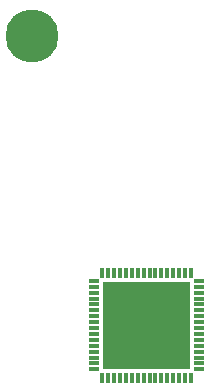
<source format=gbr>
G04 #@! TF.FileFunction,Copper,L1,Top,Signal*
%FSLAX46Y46*%
G04 Gerber Fmt 4.6, Leading zero omitted, Abs format (unit mm)*
G04 Created by KiCad (PCBNEW (2016-11-12 revision b9c62b6)-makepkg) date 12/04/16 22:26:22*
%MOMM*%
%LPD*%
G01*
G04 APERTURE LIST*
%ADD10C,0.100000*%
%ADD11C,4.500000*%
%ADD12R,0.850000X0.300000*%
%ADD13R,0.300000X0.850000*%
%ADD14R,1.837500X1.837500*%
G04 APERTURE END LIST*
D10*
D11*
X127000000Y-57150000D03*
D12*
X132291250Y-77881250D03*
X132291250Y-78381250D03*
X132291250Y-78881250D03*
X132291250Y-79381250D03*
X132291250Y-79881250D03*
X132291250Y-80381250D03*
X132291250Y-80881250D03*
X132291250Y-81381250D03*
X132291250Y-81881250D03*
X132291250Y-82381250D03*
X132291250Y-82881250D03*
X132291250Y-83381250D03*
X132291250Y-83881250D03*
X132291250Y-84381250D03*
X132291250Y-84881250D03*
X132291250Y-85381250D03*
D13*
X132991250Y-86081250D03*
X133491250Y-86081250D03*
X133991250Y-86081250D03*
X134491250Y-86081250D03*
X134991250Y-86081250D03*
X135491250Y-86081250D03*
X135991250Y-86081250D03*
X136491250Y-86081250D03*
X136991250Y-86081250D03*
X137491250Y-86081250D03*
X137991250Y-86081250D03*
X138491250Y-86081250D03*
X138991250Y-86081250D03*
X139491250Y-86081250D03*
X139991250Y-86081250D03*
X140491250Y-86081250D03*
D12*
X141191250Y-85381250D03*
X141191250Y-84881250D03*
X141191250Y-84381250D03*
X141191250Y-83881250D03*
X141191250Y-83381250D03*
X141191250Y-82881250D03*
X141191250Y-82381250D03*
X141191250Y-81881250D03*
X141191250Y-81381250D03*
X141191250Y-80881250D03*
X141191250Y-80381250D03*
X141191250Y-79881250D03*
X141191250Y-79381250D03*
X141191250Y-78881250D03*
X141191250Y-78381250D03*
X141191250Y-77881250D03*
D13*
X140491250Y-77181250D03*
X139991250Y-77181250D03*
X139491250Y-77181250D03*
X138991250Y-77181250D03*
X138491250Y-77181250D03*
X137991250Y-77181250D03*
X137491250Y-77181250D03*
X136991250Y-77181250D03*
X136491250Y-77181250D03*
X135991250Y-77181250D03*
X135491250Y-77181250D03*
X134991250Y-77181250D03*
X134491250Y-77181250D03*
X133991250Y-77181250D03*
X133491250Y-77181250D03*
X132991250Y-77181250D03*
D14*
X139497500Y-84387500D03*
X139497500Y-82550000D03*
X139497500Y-80712500D03*
X139497500Y-78875000D03*
X137660000Y-84387500D03*
X137660000Y-82550000D03*
X137660000Y-80712500D03*
X137660000Y-78875000D03*
X135822500Y-84387500D03*
X135822500Y-82550000D03*
X135822500Y-80712500D03*
X135822500Y-78875000D03*
X133985000Y-84387500D03*
X133985000Y-82550000D03*
X133985000Y-80712500D03*
X133985000Y-78875000D03*
M02*

</source>
